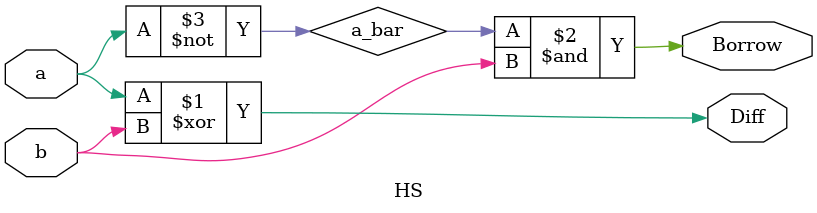
<source format=v>
module HS(
input a,
input b,

output Borrow,
output Diff);

	xor x1(Diff,a,b);
	
	not n1(a_bar,a);		//not declaring a_wire as by default its a wire datatype of 1 bit
	and A1(Borrow,a_bar,b);
	
endmodule
</source>
